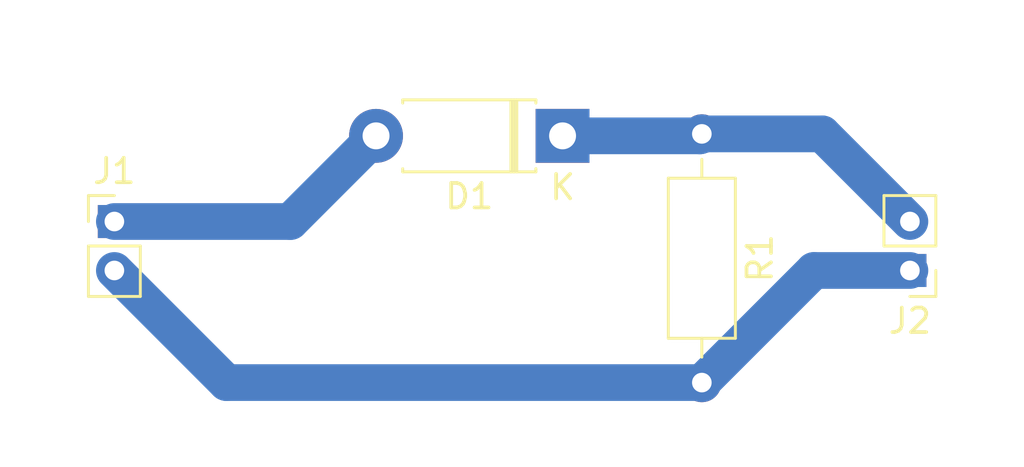
<source format=kicad_pcb>
(kicad_pcb (version 20240108) (generator "pcbnew") (generator_version "8.0")
  (layers (0 "F.Cu" signal) (31 "B.Cu" signal) (34 "B.Paste" user) (35 "F.Paste" user) (36 "B.SilkS" user "B.Silkscreen") (37 "F.SilkS" user "F.Silkscreen") (38 "B.Mask" user) (39 "F.Mask" user) (44 "Edge.Cuts" user))
  (net 0 "")
  (net 1 "Net-(D1-K)")
  (net 2 "Net-(D1-A)")
  (net 3 "Net-(J1-Pin_2)")
  (footprint "Diode_THT:D_DO-41_SOD81_P7.62mm_Horizontal" (layer "F.Cu") (at 165.81 91.5 180)
    (property "Reference" "D1" (at 3.81 -2.47 180) (layer "F.SilkS"))
    (property "Value" "D")
    (fp_line (start 6.53 1.47) (end 6.53 1.34) (stroke (width 0.12)) (layer "F.SilkS"))
    (fp_line (start 6.53 -1.47) (end 6.53 -1.34) (stroke (width 0.12)) (layer "F.SilkS"))
    (fp_line (start 2.11 -1.47) (end 2.11 1.47) (stroke (width 0.12)) (layer "F.SilkS"))
    (fp_line (start 1.99 -1.47) (end 1.99 1.47) (stroke (width 0.12)) (layer "F.SilkS"))
    (fp_line (start 1.87 -1.47) (end 1.87 1.47) (stroke (width 0.12)) (layer "F.SilkS"))
    (fp_line (start 1.09 1.47) (end 6.53 1.47) (stroke (width 0.12)) (layer "F.SilkS"))
    (fp_line (start 1.09 1.34) (end 1.09 1.47) (stroke (width 0.12)) (layer "F.SilkS"))
    (fp_line (start 1.09 -1.34) (end 1.09 -1.47) (stroke (width 0.12)) (layer "F.SilkS"))
    (fp_line (start 1.09 -1.47) (end 6.53 -1.47) (stroke (width 0.12)) (layer "F.SilkS"))
    (fp_text user "K" (at 0 -2.1 180) (layer "F.SilkS"))
    (pad "1" thru_hole rect (at 0 0 180) (size 2.2 2.2) (drill 1.1) (layers "*.Cu" "*.Mask") (net 1 "Net-(D1-K)"))
    (pad "2" thru_hole oval (at 7.62 0 180) (size 2.2 2.2) (drill 1.1) (layers "*.Cu" "*.Mask") (net 2 "Net-(D1-A)"))
  )
  (footprint "Connector_PinHeader_2.00mm:PinHeader_1x02_P2.00mm_Vertical" (layer "F.Cu") (at 180 97 180)
    (property "Reference" "J2" (at 0 -2.06 180) (layer "F.SilkS"))
    (property "Value" "Conn_01x02")
    (fp_line (start 1.06 1) (end 1.06 3.06) (stroke (width 0.12)) (layer "F.SilkS"))
    (fp_line (start -1.06 3.06) (end 1.06 3.06) (stroke (width 0.12)) (layer "F.SilkS"))
    (fp_line (start -1.06 1) (end 1.06 1) (stroke (width 0.12)) (layer "F.SilkS"))
    (fp_line (start -1.06 1) (end -1.06 3.06) (stroke (width 0.12)) (layer "F.SilkS"))
    (fp_line (start -1.06 0) (end -1.06 -1.06) (stroke (width 0.12)) (layer "F.SilkS"))
    (fp_line (start -1.06 -1.06) (end 0 -1.06) (stroke (width 0.12)) (layer "F.SilkS"))
    (pad "1" thru_hole rect (at 0 0 180) (size 1.35 1.35) (drill 0.8) (layers "*.Cu" "*.Mask") (net 3 "Net-(J1-Pin_2)"))
    (pad "2" thru_hole oval (at 0 2 180) (size 1.35 1.35) (drill 0.8) (layers "*.Cu" "*.Mask") (net 1 "Net-(D1-K)"))
  )
  (footprint "Resistor_THT:R_Axial_DIN0207_L6.3mm_D2.5mm_P10.16mm_Horizontal" (layer "F.Cu") (at 171.5 91.42 -90)
    (property "Reference" "R1" (at 5.08 -2.37 90) (layer "F.SilkS"))
    (property "Value" "R")
    (fp_line (start 1.81 1.37) (end 8.35 1.37) (stroke (width 0.12)) (layer "F.SilkS"))
    (fp_line (start 8.35 1.37) (end 8.35 -1.37) (stroke (width 0.12)) (layer "F.SilkS"))
    (fp_line (start 1.04 0) (end 1.81 0) (stroke (width 0.12)) (layer "F.SilkS"))
    (fp_line (start 9.12 0) (end 8.35 0) (stroke (width 0.12)) (layer "F.SilkS"))
    (fp_line (start 1.81 -1.37) (end 1.81 1.37) (stroke (width 0.12)) (layer "F.SilkS"))
    (fp_line (start 8.35 -1.37) (end 1.81 -1.37) (stroke (width 0.12)) (layer "F.SilkS"))
    (pad "1" thru_hole circle (at 0 0 270) (size 1.6 1.6) (drill 0.8) (layers "*.Cu" "*.Mask") (net 1 "Net-(D1-K)"))
    (pad "2" thru_hole oval (at 10.16 0 270) (size 1.6 1.6) (drill 0.8) (layers "*.Cu" "*.Mask") (net 3 "Net-(J1-Pin_2)"))
  )
  (footprint "Connector_PinHeader_2.00mm:PinHeader_1x02_P2.00mm_Vertical" (layer "F.Cu") (at 147.5 95)
    (property "Reference" "J1" (at 0 -2.06 0) (layer "F.SilkS"))
    (property "Value" "Conn_01x02")
    (fp_line (start -1.06 -1.06) (end 0 -1.06) (stroke (width 0.12)) (layer "F.SilkS"))
    (fp_line (start -1.06 0) (end -1.06 -1.06) (stroke (width 0.12)) (layer "F.SilkS"))
    (fp_line (start -1.06 1) (end -1.06 3.06) (stroke (width 0.12)) (layer "F.SilkS"))
    (fp_line (start -1.06 1) (end 1.06 1) (stroke (width 0.12)) (layer "F.SilkS"))
    (fp_line (start -1.06 3.06) (end 1.06 3.06) (stroke (width 0.12)) (layer "F.SilkS"))
    (fp_line (start 1.06 1) (end 1.06 3.06) (stroke (width 0.12)) (layer "F.SilkS"))
    (pad "1" thru_hole rect (at 0 0) (size 1.35 1.35) (drill 0.8) (layers "*.Cu" "*.Mask") (net 2 "Net-(D1-A)"))
    (pad "2" thru_hole oval (at 0 2) (size 1.35 1.35) (drill 0.8) (layers "*.Cu" "*.Mask") (net 3 "Net-(J1-Pin_2)"))
  )
  (segment (start 165.81 91.5) (end 171.42 91.5) (width 1.5) (layer "B.Cu") (net 1))
  (segment (start 176.42 91.42) (end 180 95) (width 1.5) (layer "B.Cu") (net 1))
  (segment (start 171.42 91.5) (end 171.5 91.42) (width 1.5) (layer "B.Cu") (net 1))
  (segment (start 171.5 91.42) (end 176.42 91.42) (width 1.5) (layer "B.Cu") (net 1))
  (segment (start 147.5 95) (end 154.69 95) (width 1.5) (layer "B.Cu") (net 2))
  (segment (start 154.69 95) (end 158.19 91.5) (width 1.5) (layer "B.Cu") (net 2))
  (segment (start 180 97) (end 176.08 97) (width 1.5) (layer "B.Cu") (net 3))
  (segment (start 171.5 101.58) (end 152.08 101.58) (width 1.5) (layer "B.Cu") (net 3))
  (segment (start 152.08 101.58) (end 147.5 97) (width 1.5) (layer "B.Cu") (net 3))
  (segment (start 176.08 97) (end 171.5 101.58) (width 1.5) (layer "B.Cu") (net 3))
)
</source>
